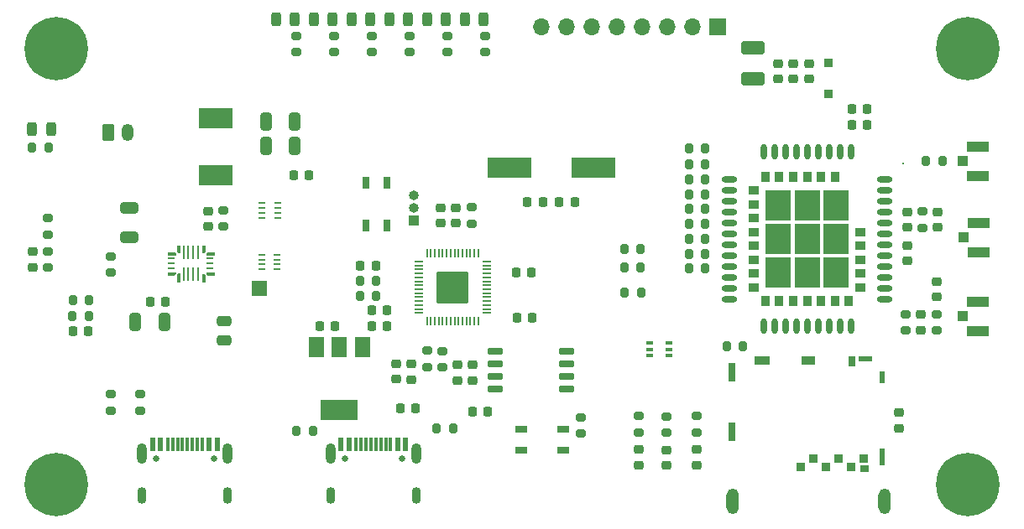
<source format=gbr>
%TF.GenerationSoftware,KiCad,Pcbnew,(6.0.2-0)*%
%TF.CreationDate,2022-03-19T00:24:53+01:00*%
%TF.ProjectId,RP2040GPSTracker,52503230-3430-4475-9053-547261636b65,rev?*%
%TF.SameCoordinates,PX4416780PY363af58*%
%TF.FileFunction,Soldermask,Top*%
%TF.FilePolarity,Negative*%
%FSLAX46Y46*%
G04 Gerber Fmt 4.6, Leading zero omitted, Abs format (unit mm)*
G04 Created by KiCad (PCBNEW (6.0.2-0)) date 2022-03-19 00:24:53*
%MOMM*%
%LPD*%
G01*
G04 APERTURE LIST*
G04 Aperture macros list*
%AMRoundRect*
0 Rectangle with rounded corners*
0 $1 Rounding radius*
0 $2 $3 $4 $5 $6 $7 $8 $9 X,Y pos of 4 corners*
0 Add a 4 corners polygon primitive as box body*
4,1,4,$2,$3,$4,$5,$6,$7,$8,$9,$2,$3,0*
0 Add four circle primitives for the rounded corners*
1,1,$1+$1,$2,$3*
1,1,$1+$1,$4,$5*
1,1,$1+$1,$6,$7*
1,1,$1+$1,$8,$9*
0 Add four rect primitives between the rounded corners*
20,1,$1+$1,$2,$3,$4,$5,0*
20,1,$1+$1,$4,$5,$6,$7,0*
20,1,$1+$1,$6,$7,$8,$9,0*
20,1,$1+$1,$8,$9,$2,$3,0*%
G04 Aperture macros list end*
%ADD10C,0.100000*%
%ADD11RoundRect,0.243750X-0.243750X-0.456250X0.243750X-0.456250X0.243750X0.456250X-0.243750X0.456250X0*%
%ADD12RoundRect,0.243750X0.243750X0.456250X-0.243750X0.456250X-0.243750X-0.456250X0.243750X-0.456250X0*%
%ADD13RoundRect,0.218750X0.256250X-0.218750X0.256250X0.218750X-0.256250X0.218750X-0.256250X-0.218750X0*%
%ADD14R,0.650000X0.400000*%
%ADD15RoundRect,0.250000X-0.325000X-0.650000X0.325000X-0.650000X0.325000X0.650000X-0.325000X0.650000X0*%
%ADD16RoundRect,0.250000X-0.650000X0.325000X-0.650000X-0.325000X0.650000X-0.325000X0.650000X0.325000X0*%
%ADD17RoundRect,0.250000X-0.475000X0.250000X-0.475000X-0.250000X0.475000X-0.250000X0.475000X0.250000X0*%
%ADD18RoundRect,0.200000X-0.275000X0.200000X-0.275000X-0.200000X0.275000X-0.200000X0.275000X0.200000X0*%
%ADD19O,1.700000X1.700000*%
%ADD20R,1.700000X1.700000*%
%ADD21O,0.900000X1.700000*%
%ADD22O,1.000000X2.100000*%
%ADD23R,0.600000X1.450000*%
%ADD24R,0.300000X1.450000*%
%ADD25C,0.650000*%
%ADD26RoundRect,0.200000X0.275000X-0.200000X0.275000X0.200000X-0.275000X0.200000X-0.275000X-0.200000X0*%
%ADD27RoundRect,0.225000X-0.250000X0.225000X-0.250000X-0.225000X0.250000X-0.225000X0.250000X0.225000X0*%
%ADD28RoundRect,0.200000X-0.200000X-0.275000X0.200000X-0.275000X0.200000X0.275000X-0.200000X0.275000X0*%
%ADD29RoundRect,0.225000X0.250000X-0.225000X0.250000X0.225000X-0.250000X0.225000X-0.250000X-0.225000X0*%
%ADD30RoundRect,0.225000X0.225000X0.250000X-0.225000X0.250000X-0.225000X-0.250000X0.225000X-0.250000X0*%
%ADD31R,0.127000X0.127000*%
%ADD32R,0.700000X0.250000*%
%ADD33R,0.250000X1.400000*%
%ADD34C,6.400000*%
%ADD35R,2.600000X3.100000*%
%ADD36R,0.900000X1.100000*%
%ADD37R,1.100000X0.900000*%
%ADD38O,0.600000X1.600000*%
%ADD39O,1.600000X0.600000*%
%ADD40RoundRect,0.200000X0.200000X0.275000X-0.200000X0.275000X-0.200000X-0.275000X0.200000X-0.275000X0*%
%ADD41R,2.209800X1.041400*%
%ADD42R,1.041400X0.990600*%
%ADD43O,1.200000X1.750000*%
%ADD44RoundRect,0.250000X-0.350000X-0.625000X0.350000X-0.625000X0.350000X0.625000X-0.350000X0.625000X0*%
%ADD45RoundRect,0.225000X-0.225000X-0.250000X0.225000X-0.250000X0.225000X0.250000X-0.225000X0.250000X0*%
%ADD46RoundRect,0.144000X1.456000X1.456000X-1.456000X1.456000X-1.456000X-1.456000X1.456000X-1.456000X0*%
%ADD47RoundRect,0.050000X0.050000X0.387500X-0.050000X0.387500X-0.050000X-0.387500X0.050000X-0.387500X0*%
%ADD48RoundRect,0.050000X0.387500X0.050000X-0.387500X0.050000X-0.387500X-0.050000X0.387500X-0.050000X0*%
%ADD49R,3.400000X2.000000*%
%ADD50R,0.711200X0.228600*%
%ADD51O,1.000000X1.000000*%
%ADD52R,1.000000X1.000000*%
%ADD53R,3.800000X2.000000*%
%ADD54R,1.500000X2.000000*%
%ADD55R,0.101600X0.635000*%
%ADD56R,0.203200X0.203200*%
%ADD57O,1.270000X2.565400*%
%ADD58R,0.635000X1.955800*%
%ADD59R,1.574800X0.965200*%
%ADD60R,1.346200X0.965200*%
%ADD61R,0.736600X1.016000*%
%ADD62R,1.371600X0.609600*%
%ADD63R,0.558800X1.219200*%
%ADD64R,0.558800X1.651000*%
%ADD65R,0.939800X0.787400*%
%ADD66R,0.838200X0.939800*%
%ADD67R,4.500000X2.000000*%
%ADD68RoundRect,0.250000X0.925000X-0.412500X0.925000X0.412500X-0.925000X0.412500X-0.925000X-0.412500X0*%
%ADD69R,0.950000X0.900000*%
%ADD70R,0.520000X0.300000*%
%ADD71R,0.550000X0.300000*%
%ADD72R,0.650000X1.200000*%
%ADD73R,1.200000X0.650000*%
%ADD74RoundRect,0.150000X0.650000X0.150000X-0.650000X0.150000X-0.650000X-0.150000X0.650000X-0.150000X0*%
G04 APERTURE END LIST*
D10*
%TO.C,U6*%
X14897569Y28332148D02*
X14897569Y28082148D01*
X14897569Y28082148D02*
X15597569Y28082148D01*
X15597569Y28082148D02*
X15597569Y28232148D01*
X15597569Y28232148D02*
X15497569Y28332148D01*
X15497569Y28332148D02*
X14897569Y28332148D01*
G36*
X15597569Y28232148D02*
G01*
X15597569Y28082148D01*
X14897569Y28082148D01*
X14897569Y28332148D01*
X15497569Y28332148D01*
X15597569Y28232148D01*
G37*
X15597569Y28232148D02*
X15597569Y28082148D01*
X14897569Y28082148D01*
X14897569Y28332148D01*
X15497569Y28332148D01*
X15597569Y28232148D01*
X15822255Y29006896D02*
X16072255Y29006896D01*
X16072255Y29006896D02*
X16072255Y28306896D01*
X16072255Y28306896D02*
X15922255Y28306896D01*
X15922255Y28306896D02*
X15822255Y28406896D01*
X15822255Y28406896D02*
X15822255Y29006896D01*
G36*
X16072255Y28306896D02*
G01*
X15922255Y28306896D01*
X15822255Y28406896D01*
X15822255Y29006896D01*
X16072255Y29006896D01*
X16072255Y28306896D01*
G37*
X16072255Y28306896D02*
X15922255Y28306896D01*
X15822255Y28406896D01*
X15822255Y29006896D01*
X16072255Y29006896D01*
X16072255Y28306896D01*
X18572885Y29006896D02*
X18322885Y29006896D01*
X18322885Y29006896D02*
X18322885Y28306896D01*
X18322885Y28306896D02*
X18472885Y28306896D01*
X18472885Y28306896D02*
X18572885Y28406896D01*
X18572885Y28406896D02*
X18572885Y29006896D01*
G36*
X18572885Y28406896D02*
G01*
X18472885Y28306896D01*
X18322885Y28306896D01*
X18322885Y29006896D01*
X18572885Y29006896D01*
X18572885Y28406896D01*
G37*
X18572885Y28406896D02*
X18472885Y28306896D01*
X18322885Y28306896D01*
X18322885Y29006896D01*
X18572885Y29006896D01*
X18572885Y28406896D01*
X19497571Y28332148D02*
X19497571Y28082148D01*
X19497571Y28082148D02*
X18797571Y28082148D01*
X18797571Y28082148D02*
X18797571Y28232148D01*
X18797571Y28232148D02*
X18897571Y28332148D01*
X18897571Y28332148D02*
X19497571Y28332148D01*
G36*
X19497571Y28082148D02*
G01*
X18797571Y28082148D01*
X18797571Y28232148D01*
X18897571Y28332148D01*
X19497571Y28332148D01*
X19497571Y28082148D01*
G37*
X19497571Y28082148D02*
X18797571Y28082148D01*
X18797571Y28232148D01*
X18897571Y28332148D01*
X19497571Y28332148D01*
X19497571Y28082148D01*
X15822255Y25406896D02*
X16072255Y25406896D01*
X16072255Y25406896D02*
X16072255Y26206896D01*
X16072255Y26206896D02*
X15922255Y26206896D01*
X15922255Y26206896D02*
X15822255Y26006896D01*
X15822255Y26006896D02*
X15822255Y25406896D01*
G36*
X16072255Y25406896D02*
G01*
X15822255Y25406896D01*
X15822255Y26006896D01*
X15922255Y26206896D01*
X16072255Y26206896D01*
X16072255Y25406896D01*
G37*
X16072255Y25406896D02*
X15822255Y25406896D01*
X15822255Y26006896D01*
X15922255Y26206896D01*
X16072255Y26206896D01*
X16072255Y25406896D01*
X18572885Y25406896D02*
X18322885Y25406896D01*
X18322885Y25406896D02*
X18322885Y26106896D01*
X18322885Y26106896D02*
X18472885Y26106896D01*
X18472885Y26106896D02*
X18572885Y26006896D01*
X18572885Y26006896D02*
X18572885Y25406896D01*
G36*
X18572885Y26006896D02*
G01*
X18572885Y25406896D01*
X18322885Y25406896D01*
X18322885Y26106896D01*
X18472885Y26106896D01*
X18572885Y26006896D01*
G37*
X18572885Y26006896D02*
X18572885Y25406896D01*
X18322885Y25406896D01*
X18322885Y26106896D01*
X18472885Y26106896D01*
X18572885Y26006896D01*
X14897569Y26081644D02*
X14897569Y26331644D01*
X14897569Y26331644D02*
X15597569Y26331644D01*
X15597569Y26331644D02*
X15597569Y26181644D01*
X15597569Y26181644D02*
X15497569Y26081644D01*
X15497569Y26081644D02*
X14897569Y26081644D01*
G36*
X15597569Y26181644D02*
G01*
X15497569Y26081644D01*
X14897569Y26081644D01*
X14897569Y26331644D01*
X15597569Y26331644D01*
X15597569Y26181644D01*
G37*
X15597569Y26181644D02*
X15497569Y26081644D01*
X14897569Y26081644D01*
X14897569Y26331644D01*
X15597569Y26331644D01*
X15597569Y26181644D01*
X19497571Y26081644D02*
X19497571Y26331644D01*
X19497571Y26331644D02*
X18797571Y26331644D01*
X18797571Y26331644D02*
X18797571Y26181644D01*
X18797571Y26181644D02*
X18897571Y26081644D01*
X18897571Y26081644D02*
X19497571Y26081644D01*
G36*
X19497571Y26081644D02*
G01*
X18897571Y26081644D01*
X18797571Y26181644D01*
X18797571Y26331644D01*
X19497571Y26331644D01*
X19497571Y26081644D01*
G37*
X19497571Y26081644D02*
X18897571Y26081644D01*
X18797571Y26181644D01*
X18797571Y26331644D01*
X19497571Y26331644D01*
X19497571Y26081644D01*
%TO.C,U4*%
X23359999Y24430001D02*
X23359999Y23989999D01*
X23359999Y23989999D02*
X24020000Y23989999D01*
X24020000Y23989999D02*
X24020000Y24430001D01*
X24020000Y24430001D02*
X23359999Y24430001D01*
G36*
X24020000Y23989999D02*
G01*
X23359999Y23989999D01*
X23359999Y24430001D01*
X24020000Y24430001D01*
X24020000Y23989999D01*
G37*
X24020000Y23989999D02*
X23359999Y23989999D01*
X23359999Y24430001D01*
X24020000Y24430001D01*
X24020000Y23989999D01*
X24100000Y25430001D02*
X24100000Y24989999D01*
X24100000Y24989999D02*
X24760001Y24989999D01*
X24760001Y24989999D02*
X24760001Y25430001D01*
X24760001Y25430001D02*
X24100000Y25430001D01*
G36*
X24760001Y24989999D02*
G01*
X24100000Y24989999D01*
X24100000Y25430001D01*
X24760001Y25430001D01*
X24760001Y24989999D01*
G37*
X24760001Y24989999D02*
X24100000Y24989999D01*
X24100000Y25430001D01*
X24760001Y25430001D01*
X24760001Y24989999D01*
X24100000Y24930000D02*
X24100000Y24490000D01*
X24100000Y24490000D02*
X24760001Y24490000D01*
X24760001Y24490000D02*
X24760001Y24930000D01*
X24760001Y24930000D02*
X24100000Y24930000D01*
G36*
X24760001Y24490000D02*
G01*
X24100000Y24490000D01*
X24100000Y24930000D01*
X24760001Y24930000D01*
X24760001Y24490000D01*
G37*
X24760001Y24490000D02*
X24100000Y24490000D01*
X24100000Y24930000D01*
X24760001Y24930000D01*
X24760001Y24490000D01*
X23359999Y25430001D02*
X23359999Y24989999D01*
X23359999Y24989999D02*
X24020000Y24989999D01*
X24020000Y24989999D02*
X24020000Y25430001D01*
X24020000Y25430001D02*
X23359999Y25430001D01*
G36*
X24020000Y24989999D02*
G01*
X23359999Y24989999D01*
X23359999Y25430001D01*
X24020000Y25430001D01*
X24020000Y24989999D01*
G37*
X24020000Y24989999D02*
X23359999Y24989999D01*
X23359999Y25430001D01*
X24020000Y25430001D01*
X24020000Y24989999D01*
X23359999Y24930000D02*
X23359999Y24490000D01*
X23359999Y24490000D02*
X24020000Y24490000D01*
X24020000Y24490000D02*
X24020000Y24930000D01*
X24020000Y24930000D02*
X23359999Y24930000D01*
G36*
X24020000Y24490000D02*
G01*
X23359999Y24490000D01*
X23359999Y24930000D01*
X24020000Y24930000D01*
X24020000Y24490000D01*
G37*
X24020000Y24490000D02*
X23359999Y24490000D01*
X23359999Y24930000D01*
X24020000Y24930000D01*
X24020000Y24490000D01*
X24100000Y24430001D02*
X24100000Y23989999D01*
X24100000Y23989999D02*
X24760001Y23989999D01*
X24760001Y23989999D02*
X24760001Y24430001D01*
X24760001Y24430001D02*
X24100000Y24430001D01*
G36*
X24760001Y23989999D02*
G01*
X24100000Y23989999D01*
X24100000Y24430001D01*
X24760001Y24430001D01*
X24760001Y23989999D01*
G37*
X24760001Y23989999D02*
X24100000Y23989999D01*
X24100000Y24430001D01*
X24760001Y24430001D01*
X24760001Y23989999D01*
%TD*%
D11*
%TO.C,D8*%
X42880000Y51855000D03*
X41005000Y51855000D03*
%TD*%
%TO.C,D7*%
X46682500Y51855000D03*
X44807500Y51855000D03*
%TD*%
%TO.C,D6*%
X27657500Y51860000D03*
X25782500Y51860000D03*
%TD*%
%TO.C,D5*%
X31467500Y51860000D03*
X29592500Y51860000D03*
%TD*%
%TO.C,D4*%
X35272500Y51860000D03*
X33397500Y51860000D03*
%TD*%
%TO.C,D3*%
X39077500Y51850000D03*
X37202500Y51850000D03*
%TD*%
D12*
%TO.C,D2*%
X1202500Y40750000D03*
X3077500Y40750000D03*
%TD*%
D13*
%TO.C,D1*%
X89460000Y29045000D03*
X89460000Y27470000D03*
%TD*%
D14*
%TO.C,CR1*%
X63510000Y17900000D03*
X63510000Y18550000D03*
X63510000Y19200000D03*
X65410000Y19200000D03*
X65410000Y18550000D03*
X65410000Y17900000D03*
%TD*%
D15*
%TO.C,C46*%
X27701100Y39084600D03*
X24751100Y39084600D03*
%TD*%
%TO.C,C38*%
X27701100Y41523000D03*
X24751100Y41523000D03*
%TD*%
D16*
%TO.C,C34*%
X10965000Y29850000D03*
X10965000Y32800000D03*
%TD*%
D17*
%TO.C,C33*%
X20525000Y19455000D03*
X20525000Y21355000D03*
%TD*%
D15*
%TO.C,C31*%
X14515000Y21330000D03*
X11565000Y21330000D03*
%TD*%
D18*
%TO.C,R43*%
X43060000Y48530000D03*
X43060000Y50180000D03*
%TD*%
%TO.C,R42*%
X46870000Y48530000D03*
X46870000Y50180000D03*
%TD*%
D19*
%TO.C,J11*%
X52520000Y51105000D03*
X55060000Y51105000D03*
X57600000Y51105000D03*
X60140000Y51105000D03*
X62680000Y51105000D03*
X65220000Y51105000D03*
X67760000Y51105000D03*
D20*
X70300000Y51105000D03*
%TD*%
D21*
%TO.C,J7*%
X39929800Y3814600D03*
D22*
X31279800Y7994600D03*
X39929800Y7994600D03*
D21*
X31279800Y3814600D03*
D23*
X32354800Y8909600D03*
X33154800Y8909600D03*
D24*
X33854800Y8909600D03*
X34854800Y8909600D03*
X36354800Y8909600D03*
X37354800Y8909600D03*
D23*
X38054800Y8909600D03*
X38854800Y8909600D03*
X38854800Y8909600D03*
X38054800Y8909600D03*
D24*
X36854800Y8909600D03*
X35854800Y8909600D03*
X35354800Y8909600D03*
X34354800Y8909600D03*
D23*
X33154800Y8909600D03*
X32354800Y8909600D03*
D25*
X38494800Y7464600D03*
X32714800Y7464600D03*
%TD*%
D26*
%TO.C,R38*%
X2740000Y31787500D03*
X2740000Y30137500D03*
%TD*%
D27*
%TO.C,C24*%
X92440000Y23855000D03*
X92440000Y25405000D03*
%TD*%
D28*
%TO.C,R32*%
X93015000Y37530000D03*
X91365000Y37530000D03*
%TD*%
D29*
%TO.C,C28*%
X68180000Y8395000D03*
X68180000Y6845000D03*
%TD*%
D30*
%TO.C,C35*%
X30160000Y20885000D03*
X31710000Y20885000D03*
%TD*%
D31*
%TO.C,U6*%
X15247569Y26206644D03*
D32*
X15247569Y26706770D03*
X15247569Y27206896D03*
X15247569Y27707022D03*
D31*
X15247569Y28207148D03*
X15947255Y28656896D03*
D33*
X16447381Y28306896D03*
X16947507Y28306896D03*
X17447633Y28306896D03*
X17947759Y28306896D03*
D31*
X18447885Y28656896D03*
X19147571Y28207148D03*
D32*
X19147571Y27707022D03*
X19147571Y27206896D03*
X19147571Y26706770D03*
D31*
X19147571Y26206644D03*
X18447885Y25756896D03*
D33*
X17947759Y26106896D03*
X17447633Y26106896D03*
X16947507Y26106896D03*
X16447381Y26106896D03*
D31*
X15947255Y25806896D03*
%TD*%
D34*
%TO.C,H4*%
X3604800Y4864600D03*
%TD*%
D35*
%TO.C,U2*%
X79354000Y29681200D03*
X79354000Y33081200D03*
X82254000Y33081200D03*
X82254000Y29681200D03*
X82254000Y26281200D03*
X79354000Y26281200D03*
X76454000Y26281200D03*
X76454000Y29681200D03*
X76454000Y33081200D03*
D36*
X75154000Y35981200D03*
X76554000Y35981200D03*
X77954000Y35981200D03*
X79354000Y35981200D03*
X80754000Y35981200D03*
X82154000Y35981200D03*
D37*
X84704000Y30381200D03*
X84704000Y28981200D03*
X84704000Y27581200D03*
X84704000Y26181200D03*
X84704000Y24781200D03*
D36*
X83554000Y23381200D03*
X82154000Y23381200D03*
X80754000Y23381200D03*
X79354000Y23381200D03*
X77954000Y23381200D03*
X76554000Y23381200D03*
X75154000Y23381200D03*
D37*
X74004000Y24781200D03*
X74004000Y26181200D03*
X74004000Y27581200D03*
X74004000Y28981200D03*
X74004000Y30381200D03*
X74004000Y31781200D03*
X74004000Y33181200D03*
X74004000Y34581200D03*
D38*
X74954000Y38481200D03*
X76054000Y38481200D03*
X77154000Y38481200D03*
X78254000Y38481200D03*
X79354000Y38481200D03*
X80454000Y38481200D03*
X81554000Y38481200D03*
X82654000Y38481200D03*
X83754000Y38481200D03*
D39*
X87204000Y35731200D03*
X87204000Y34631200D03*
X87204000Y33531200D03*
X87204000Y32431200D03*
X87204000Y31331200D03*
X87204000Y30231200D03*
X87204000Y29131200D03*
X87204000Y28031200D03*
X87204000Y26931200D03*
X87204000Y25831200D03*
X87204000Y24731200D03*
X87204000Y23631200D03*
D38*
X83754000Y20881200D03*
X82654000Y20881200D03*
X81554000Y20881200D03*
X80454000Y20881200D03*
X79354000Y20881200D03*
X78254000Y20881200D03*
X77154000Y20881200D03*
X76054000Y20881200D03*
X74954000Y20881200D03*
D39*
X71504000Y23631200D03*
X71504000Y24731200D03*
X71504000Y25831200D03*
X71504000Y26931200D03*
X71504000Y28031200D03*
X71504000Y29131200D03*
X71504000Y30231200D03*
X71504000Y31331200D03*
X71504000Y32431200D03*
X71504000Y33531200D03*
X71504000Y34631200D03*
X71504000Y35731200D03*
%TD*%
D40*
%TO.C,R39*%
X41990000Y10515000D03*
X43640000Y10515000D03*
%TD*%
D18*
%TO.C,R30*%
X31665000Y50200000D03*
X31665000Y48550000D03*
%TD*%
D28*
%TO.C,R16*%
X62590000Y24300000D03*
X60940000Y24300000D03*
%TD*%
D40*
%TO.C,R28*%
X1202500Y38925000D03*
X2852500Y38925000D03*
%TD*%
D34*
%TO.C,H3*%
X95604800Y4864600D03*
%TD*%
D41*
%TO.C,J4*%
X96610601Y23358201D03*
X96610601Y20408199D03*
D42*
X95085600Y21883200D03*
%TD*%
D27*
%TO.C,C23*%
X89460000Y30857500D03*
X89460000Y32407500D03*
%TD*%
D40*
%TO.C,R7*%
X67415000Y31200000D03*
X69065000Y31200000D03*
%TD*%
D28*
%TO.C,R19*%
X35895000Y23965000D03*
X34245000Y23965000D03*
%TD*%
D30*
%TO.C,C19*%
X54350000Y33385000D03*
X55900000Y33385000D03*
%TD*%
D43*
%TO.C,J9*%
X10850000Y40422000D03*
D44*
X8850000Y40422000D03*
%TD*%
D27*
%TO.C,C8*%
X45631000Y15418100D03*
X45631000Y16968100D03*
%TD*%
D28*
%TO.C,R36*%
X29515000Y10330000D03*
X27865000Y10330000D03*
%TD*%
%TO.C,R18*%
X35895000Y25470000D03*
X34245000Y25470000D03*
%TD*%
D45*
%TO.C,C20*%
X52700000Y33385000D03*
X51150000Y33385000D03*
%TD*%
D28*
%TO.C,R27*%
X72915000Y18830000D03*
X71265000Y18830000D03*
%TD*%
D27*
%TO.C,C11*%
X39408000Y15492100D03*
X39408000Y17042100D03*
%TD*%
D18*
%TO.C,R22*%
X39265000Y50180000D03*
X39265000Y48530000D03*
%TD*%
D40*
%TO.C,R8*%
X67415000Y34200000D03*
X69065000Y34200000D03*
%TD*%
D26*
%TO.C,R25*%
X65140000Y10127500D03*
X65140000Y11777500D03*
%TD*%
%TO.C,R20*%
X92440000Y22075000D03*
X92440000Y20425000D03*
%TD*%
D18*
%TO.C,R5*%
X56553000Y10031100D03*
X56553000Y11681100D03*
%TD*%
%TO.C,R21*%
X90980000Y30815000D03*
X90980000Y32465000D03*
%TD*%
D46*
%TO.C,U3*%
X43599000Y24802600D03*
D47*
X46199000Y21365100D03*
X45799000Y21365100D03*
X45399000Y21365100D03*
X44999000Y21365100D03*
X44599000Y21365100D03*
X44199000Y21365100D03*
X43799000Y21365100D03*
X43399000Y21365100D03*
X42999000Y21365100D03*
X42599000Y21365100D03*
X42199000Y21365100D03*
X41799000Y21365100D03*
X41399000Y21365100D03*
X40999000Y21365100D03*
D48*
X40161500Y22202600D03*
X40161500Y22602600D03*
X40161500Y23002600D03*
X40161500Y23402600D03*
X40161500Y23802600D03*
X40161500Y24202600D03*
X40161500Y24602600D03*
X40161500Y25002600D03*
X40161500Y25402600D03*
X40161500Y25802600D03*
X40161500Y26202600D03*
X40161500Y26602600D03*
X40161500Y27002600D03*
X40161500Y27402600D03*
D47*
X40999000Y28240100D03*
X41399000Y28240100D03*
X41799000Y28240100D03*
X42199000Y28240100D03*
X42599000Y28240100D03*
X42999000Y28240100D03*
X43399000Y28240100D03*
X43799000Y28240100D03*
X44199000Y28240100D03*
X44599000Y28240100D03*
X44999000Y28240100D03*
X45399000Y28240100D03*
X45799000Y28240100D03*
X46199000Y28240100D03*
D48*
X47036500Y27402600D03*
X47036500Y27002600D03*
X47036500Y26602600D03*
X47036500Y26202600D03*
X47036500Y25802600D03*
X47036500Y25402600D03*
X47036500Y25002600D03*
X47036500Y24602600D03*
X47036500Y24202600D03*
X47036500Y23802600D03*
X47036500Y23402600D03*
X47036500Y23002600D03*
X47036500Y22602600D03*
X47036500Y22202600D03*
%TD*%
D34*
%TO.C,H2*%
X95604800Y48864600D03*
%TD*%
D49*
%TO.C,L2*%
X19714600Y36158400D03*
X19714600Y41858400D03*
%TD*%
D45*
%TO.C,C6*%
X37015000Y20900000D03*
X35465000Y20900000D03*
%TD*%
D18*
%TO.C,R23*%
X35465000Y50200000D03*
X35465000Y48550000D03*
%TD*%
D30*
%TO.C,C12*%
X45577000Y12270000D03*
X47127000Y12270000D03*
%TD*%
D29*
%TO.C,C45*%
X1210000Y28380000D03*
X1210000Y26830000D03*
%TD*%
D50*
%TO.C,U10*%
X24324900Y26607455D03*
X24324900Y27107581D03*
X24324900Y27607707D03*
X24324900Y28107833D03*
X25925100Y28107833D03*
X25925100Y27607707D03*
X25925100Y27107581D03*
X25925100Y26607455D03*
%TD*%
D26*
%TO.C,R34*%
X2740000Y28417500D03*
X2740000Y26767500D03*
%TD*%
D27*
%TO.C,C5*%
X43954600Y31292000D03*
X43954600Y32842000D03*
%TD*%
D40*
%TO.C,R4*%
X67413550Y28200000D03*
X69063550Y28200000D03*
%TD*%
D51*
%TO.C,J3*%
X39645000Y34065000D03*
X39645000Y32795000D03*
D52*
X39645000Y31525000D03*
%TD*%
D29*
%TO.C,C27*%
X88660000Y12125000D03*
X88660000Y10575000D03*
%TD*%
D40*
%TO.C,R12*%
X69065000Y38800000D03*
X67415000Y38800000D03*
%TD*%
D26*
%TO.C,R26*%
X62350000Y11815000D03*
X62350000Y10165000D03*
%TD*%
D53*
%TO.C,U7*%
X32190000Y12450000D03*
D54*
X29890000Y18750000D03*
X32190000Y18750000D03*
X34490000Y18750000D03*
%TD*%
D29*
%TO.C,C1*%
X44107000Y16968100D03*
X44107000Y15418100D03*
%TD*%
D18*
%TO.C,R31*%
X27835000Y50200000D03*
X27835000Y48550000D03*
%TD*%
D45*
%TO.C,C7*%
X37015000Y22450000D03*
X35465000Y22450000D03*
%TD*%
D26*
%TO.C,R37*%
X9130000Y27942500D03*
X9130000Y26292500D03*
%TD*%
D18*
%TO.C,R13*%
X89340000Y20425000D03*
X89340000Y22075000D03*
%TD*%
D29*
%TO.C,C30*%
X62350000Y8415000D03*
X62350000Y6865000D03*
%TD*%
D45*
%TO.C,C3*%
X35840000Y26985000D03*
X34290000Y26985000D03*
%TD*%
D55*
%TO.C,U8*%
X89436100Y37818600D03*
X89836100Y37818600D03*
X89836100Y36861400D03*
X89436100Y36861400D03*
D56*
X89036100Y37340000D03*
%TD*%
D29*
%TO.C,C29*%
X65140000Y8372500D03*
X65140000Y6822500D03*
%TD*%
D30*
%TO.C,C4*%
X50009800Y26305400D03*
X51559800Y26305400D03*
%TD*%
D26*
%TO.C,R24*%
X68180000Y11795000D03*
X68180000Y10145000D03*
%TD*%
D28*
%TO.C,R29*%
X6915000Y21920000D03*
X5265000Y21920000D03*
%TD*%
D45*
%TO.C,C36*%
X6865000Y20360000D03*
X5315000Y20360000D03*
%TD*%
D57*
%TO.C,J8*%
X71865000Y3159500D03*
D58*
X71765000Y10239500D03*
X71815000Y16209500D03*
D59*
X74830001Y17384500D03*
D60*
X79465102Y17384499D03*
D61*
X83914999Y17349500D03*
D62*
X85230000Y17564500D03*
D63*
X86965001Y15744499D03*
D64*
X86965001Y7659499D03*
D57*
X87215000Y3159500D03*
D65*
X85124999Y6479499D03*
D66*
X79994999Y7509500D03*
X82534999Y7509500D03*
X85074999Y7509500D03*
X78724999Y6659499D03*
X81264999Y6659499D03*
X83804999Y6659499D03*
%TD*%
D30*
%TO.C,C18*%
X83845000Y42790000D03*
X85395000Y42790000D03*
%TD*%
D28*
%TO.C,R15*%
X62568300Y28699000D03*
X60918300Y28699000D03*
%TD*%
D40*
%TO.C,R9*%
X67413550Y35700000D03*
X69063550Y35700000D03*
%TD*%
D27*
%TO.C,C22*%
X90860000Y20475000D03*
X90860000Y22025000D03*
%TD*%
D30*
%TO.C,C37*%
X38300000Y12610000D03*
X39850000Y12610000D03*
%TD*%
D34*
%TO.C,H1*%
X3604800Y48864600D03*
%TD*%
D67*
%TO.C,Y1*%
X49315000Y36865000D03*
X57815000Y36865000D03*
%TD*%
D68*
%TO.C,C13*%
X73910000Y48960000D03*
X73910000Y45885000D03*
%TD*%
D26*
%TO.C,R1*%
X42583000Y18365100D03*
X42583000Y16715100D03*
%TD*%
D50*
%TO.C,U5*%
X24339900Y31799811D03*
X24339900Y32299937D03*
X24339900Y32800063D03*
X24339900Y33300189D03*
X25940100Y33300189D03*
X25940100Y32800063D03*
X25940100Y32299937D03*
X25940100Y31799811D03*
%TD*%
D69*
%TO.C,Z1*%
X81512800Y44342200D03*
X81512800Y47492200D03*
%TD*%
D30*
%TO.C,C2*%
X50100050Y21700000D03*
X51650050Y21700000D03*
%TD*%
D70*
%TO.C,U4*%
X24429999Y25209999D03*
X24429999Y24710000D03*
X24429999Y24210001D03*
X23690001Y24210001D03*
X23690001Y24710000D03*
D71*
X23704987Y25209999D03*
%TD*%
D29*
%TO.C,C16*%
X79560000Y47403400D03*
X79560000Y45853400D03*
%TD*%
D40*
%TO.C,R6*%
X67413550Y29700000D03*
X69063550Y29700000D03*
%TD*%
%TO.C,R3*%
X67415000Y26700000D03*
X69065000Y26700000D03*
%TD*%
%TO.C,R11*%
X69070000Y37245000D03*
X67420000Y37245000D03*
%TD*%
D29*
%TO.C,C21*%
X92520000Y32407500D03*
X92520000Y30857500D03*
%TD*%
D18*
%TO.C,R35*%
X20502000Y30919000D03*
X20502000Y32569000D03*
%TD*%
D41*
%TO.C,J10*%
X96610601Y38995001D03*
X96610601Y36044999D03*
D42*
X95085600Y37520000D03*
%TD*%
D45*
%TO.C,C32*%
X14615000Y23320000D03*
X13065000Y23320000D03*
%TD*%
D22*
%TO.C,J6*%
X12279800Y7994600D03*
D21*
X20929800Y3814600D03*
X12279800Y3814600D03*
D22*
X20929800Y7994600D03*
D23*
X13354800Y8909600D03*
X14154800Y8909600D03*
D24*
X14854800Y8909600D03*
X15854800Y8909600D03*
X17354800Y8909600D03*
X18354800Y8909600D03*
D23*
X19054800Y8909600D03*
X19854800Y8909600D03*
X19854800Y8909600D03*
X19054800Y8909600D03*
D24*
X17854800Y8909600D03*
X16854800Y8909600D03*
X16354800Y8909600D03*
X15354800Y8909600D03*
D23*
X14154800Y8909600D03*
X13354800Y8909600D03*
D25*
X19494800Y7464600D03*
X13714800Y7464600D03*
%TD*%
D29*
%TO.C,C9*%
X42405200Y32842000D03*
X42405200Y31292000D03*
%TD*%
%TO.C,C10*%
X37884000Y17068600D03*
X37884000Y15518600D03*
%TD*%
D40*
%TO.C,R33*%
X5275000Y23500000D03*
X6925000Y23500000D03*
%TD*%
D18*
%TO.C,R41*%
X12105000Y12335000D03*
X12105000Y13985000D03*
%TD*%
D26*
%TO.C,R17*%
X45485000Y32885000D03*
X45485000Y31235000D03*
%TD*%
D45*
%TO.C,C17*%
X85395000Y41240000D03*
X83845000Y41240000D03*
%TD*%
D41*
%TO.C,J5*%
X96630601Y31305001D03*
X96630601Y28354999D03*
D42*
X95105600Y29830000D03*
%TD*%
D18*
%TO.C,R40*%
X9160000Y12345000D03*
X9160000Y13995000D03*
%TD*%
D72*
%TO.C,J2*%
X34845000Y35370000D03*
X34845000Y31070000D03*
X36995000Y35370000D03*
X36995000Y31070000D03*
%TD*%
D45*
%TO.C,C26*%
X29115000Y36100000D03*
X27565000Y36100000D03*
%TD*%
D29*
%TO.C,C14*%
X76432800Y47403400D03*
X76432800Y45853400D03*
%TD*%
D28*
%TO.C,R14*%
X62566400Y26844800D03*
X60916400Y26844800D03*
%TD*%
D29*
%TO.C,C15*%
X77956800Y47403400D03*
X77956800Y45853400D03*
%TD*%
D26*
%TO.C,R2*%
X41059000Y18412100D03*
X41059000Y16762100D03*
%TD*%
D73*
%TO.C,J1*%
X50491400Y10459800D03*
X54791400Y10459800D03*
X54791400Y8309800D03*
X50491400Y8309800D03*
%TD*%
D40*
%TO.C,R10*%
X67415000Y32700000D03*
X69065000Y32700000D03*
%TD*%
D27*
%TO.C,C44*%
X18978000Y30918200D03*
X18978000Y32468200D03*
%TD*%
D74*
%TO.C,U1*%
X47880000Y14535000D03*
X47880000Y15805000D03*
X47880000Y17075000D03*
X47880000Y18345000D03*
X55080000Y18345000D03*
X55080000Y17075000D03*
X55080000Y15805000D03*
X55080000Y14535000D03*
%TD*%
M02*

</source>
